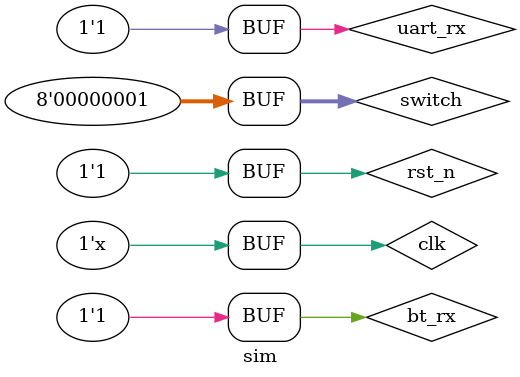
<source format=v>
`timescale 1ns / 1ps

module sim;

reg             clk = 0;
reg             rst_n = 0;
reg [7: 0]  switch = 8'h01;
wire [7: 0]  led;
wire [7: 0]  tube_en;
wire [7:0]   seg_led1;
wire [7:0]   seg_led2;
reg  uart_rx = 1;          //UART½ÓÊÕ¶Ë¿Ú
wire uart_tx;          //UART·¢ËÍ¶Ë¿Ú
reg  bt_rx = 1;            //UART½ÓÊÕ¶Ë¿Ú
wire bt_tx;            //UART·¢ËÍ¶Ë¿Ú

always #5 clk = ~clk;

initial
begin
    rst_n <= 1'b0;
    #1000;
    rst_n <= 1'b1;
    #1000;
    
    //one
    bt_rx = 0;
    #104116
    bt_rx = 0;
    #104116
    bt_rx = 0;
    #104116
    bt_rx = 0;
    #104116
    bt_rx = 0;
    #104116
    
    bt_rx = 0;
    #104116
    bt_rx = 0;
    #104116
    bt_rx = 0;
    #104116
    bt_rx = 1;
    #104116
    bt_rx = 1;
    #200000
    
    //twe
    bt_rx = 0;
    #104116
    bt_rx = 0;
    #104116
    bt_rx = 0;
    #104116
    bt_rx = 0;
    #104116
    bt_rx = 0;
    #104116
    
    bt_rx = 0;
    #104116
    bt_rx = 0;
    #104116
    bt_rx = 1;
    #104116
    bt_rx = 0;
    #104116
    bt_rx = 1;
    #200000
     
    //three
    bt_rx = 0;
    #104116
    bt_rx = 0;
    #104116
    bt_rx = 0;
    #104116
    bt_rx = 0;
    #104116
    bt_rx = 0;
    #104116
    
    bt_rx = 0;
    #104116
    bt_rx = 1;
    #104116
    bt_rx = 1;
    #104116
    bt_rx = 0;
    #104116
    bt_rx = 1;
    #200000
     
    //four
    bt_rx = 0;
    #104116
    bt_rx = 0;
    #104116
    bt_rx = 0;
    #104116
    bt_rx = 0;
    #104116
    bt_rx = 0;
    #104116
    
    bt_rx = 0;
    #104116
    bt_rx = 1;
    #104116
    bt_rx = 0;
    #104116
    bt_rx = 0;
    #104116
    bt_rx = 1;
    #200000;
end




top top(
    .clk            (clk     ),
    .rst_n          (rst_n   ),
    .switch         (switch  ),
    .led            (led     ),
    .tube_en         (tube_en  ),
    .seg_led1       (seg_led1),
    .seg_led2       (seg_led2),
    .uart_rx       (uart_rx),           //UART½ÓÊÕ¶Ë¿Ú
    .uart_tx       (uart_tx),           //UART·¢ËÍ¶Ë¿Ú
    .bt_rx       (bt_rx),           //UART½ÓÊÕ¶Ë¿Ú
    .bt_tx       (bt_tx)           //UART·¢ËÍ¶Ë¿Ú
);

endmodule

</source>
